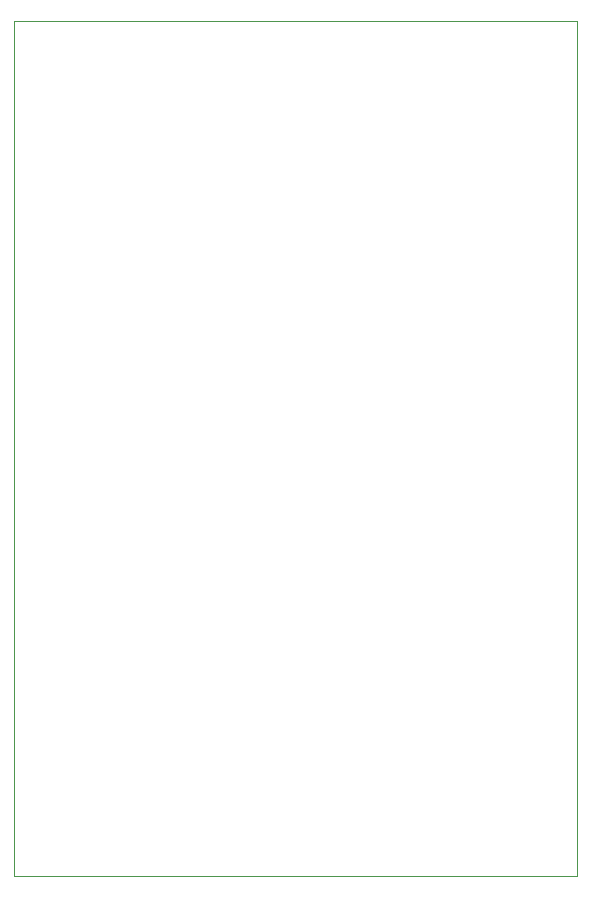
<source format=gbr>
%TF.GenerationSoftware,KiCad,Pcbnew,(6.0.8)*%
%TF.CreationDate,2022-10-06T23:43:35+09:00*%
%TF.ProjectId,Receiver,52656365-6976-4657-922e-6b696361645f,rev?*%
%TF.SameCoordinates,Original*%
%TF.FileFunction,Profile,NP*%
%FSLAX46Y46*%
G04 Gerber Fmt 4.6, Leading zero omitted, Abs format (unit mm)*
G04 Created by KiCad (PCBNEW (6.0.8)) date 2022-10-06 23:43:35*
%MOMM*%
%LPD*%
G01*
G04 APERTURE LIST*
%TA.AperFunction,Profile*%
%ADD10C,0.050000*%
%TD*%
G04 APERTURE END LIST*
D10*
X128270000Y-80010000D02*
X128905000Y-80010000D01*
X128905000Y-80010000D02*
X128905000Y-152400000D01*
X128270000Y-152400000D02*
X128905000Y-152400000D01*
X81280000Y-80010000D02*
X128270000Y-80010000D01*
X81280000Y-152400000D02*
X81280000Y-80010000D01*
X81280000Y-152400000D02*
X128270000Y-152400000D01*
M02*

</source>
